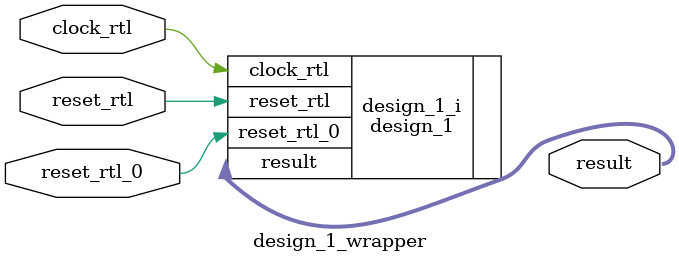
<source format=v>
`timescale 1 ps / 1 ps

module design_1_wrapper
   (clock_rtl,
    reset_rtl,
    reset_rtl_0,
    result);
  input clock_rtl;
  input reset_rtl;
  input reset_rtl_0;
  output [31:0]result;

  wire clock_rtl;
  wire reset_rtl;
  wire reset_rtl_0;
  wire [31:0]result;

  design_1 design_1_i
       (.clock_rtl(clock_rtl),
        .reset_rtl(reset_rtl),
        .reset_rtl_0(reset_rtl_0),
        .result(result));
endmodule

</source>
